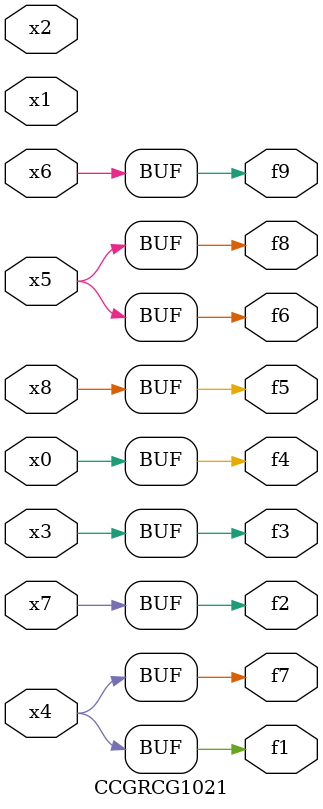
<source format=v>
module CCGRCG1021(
	input x0, x1, x2, x3, x4, x5, x6, x7, x8,
	output f1, f2, f3, f4, f5, f6, f7, f8, f9
);
	assign f1 = x4;
	assign f2 = x7;
	assign f3 = x3;
	assign f4 = x0;
	assign f5 = x8;
	assign f6 = x5;
	assign f7 = x4;
	assign f8 = x5;
	assign f9 = x6;
endmodule

</source>
